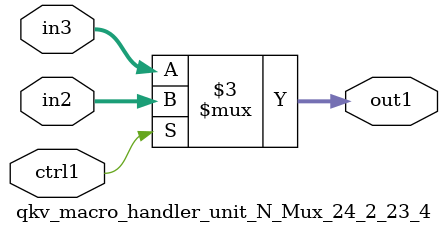
<source format=v>

`timescale 1ps / 1ps


module qkv_macro_handler_unit_N_Mux_24_2_23_4( in3, in2, ctrl1, out1 );

    input [23:0] in3;
    input [23:0] in2;
    input ctrl1;
    output [23:0] out1;
    reg [23:0] out1;

    
    // rtl_process:qkv_macro_handler_unit_N_Mux_24_2_23_4/qkv_macro_handler_unit_N_Mux_24_2_23_4_thread_1
    always @*
      begin : qkv_macro_handler_unit_N_Mux_24_2_23_4_thread_1
        case (ctrl1) 
          1'b1: 
            begin
              out1 = in2;
            end
          default: 
            begin
              out1 = in3;
            end
        endcase
      end

endmodule


</source>
